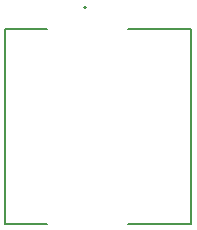
<source format=gbr>
%TF.GenerationSoftware,KiCad,Pcbnew,9.0.7*%
%TF.CreationDate,2026-02-14T09:58:14-05:00*%
%TF.ProjectId,satellite-board,73617465-6c6c-4697-9465-2d626f617264,rev?*%
%TF.SameCoordinates,Original*%
%TF.FileFunction,Legend,Bot*%
%TF.FilePolarity,Positive*%
%FSLAX46Y46*%
G04 Gerber Fmt 4.6, Leading zero omitted, Abs format (unit mm)*
G04 Created by KiCad (PCBNEW 9.0.7) date 2026-02-14 09:58:14*
%MOMM*%
%LPD*%
G01*
G04 APERTURE LIST*
%ADD10C,0.127000*%
%ADD11C,0.200000*%
G04 APERTURE END LIST*
D10*
%TO.C,J1*%
X157940000Y-48150000D02*
X157940000Y-64650000D01*
X157940000Y-48150000D02*
X161480000Y-48150000D01*
X157940000Y-64650000D02*
X161480000Y-64650000D01*
X168350000Y-64650000D02*
X173690000Y-64650000D01*
X173690000Y-48150000D02*
X168350000Y-48150000D01*
X173690000Y-64650000D02*
X173690000Y-48150000D01*
D11*
X164770000Y-46325000D02*
G75*
G02*
X164570000Y-46325000I-100000J0D01*
G01*
X164570000Y-46325000D02*
G75*
G02*
X164770000Y-46325000I100000J0D01*
G01*
%TD*%
M02*

</source>
